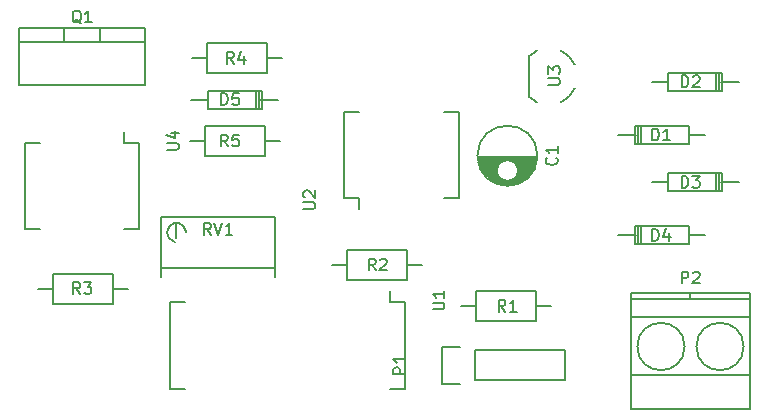
<source format=gbr>
G04 #@! TF.FileFunction,Legend,Top*
%FSLAX46Y46*%
G04 Gerber Fmt 4.6, Leading zero omitted, Abs format (unit mm)*
G04 Created by KiCad (PCBNEW 4.0.2-stable) date Sunday, 25 September 2016 16:48:15*
%MOMM*%
G01*
G04 APERTURE LIST*
%ADD10C,0.100000*%
%ADD11C,0.150000*%
G04 APERTURE END LIST*
D10*
D11*
X57499000Y-27825000D02*
X52501000Y-27825000D01*
X57491000Y-27965000D02*
X52509000Y-27965000D01*
X57475000Y-28105000D02*
X55095000Y-28105000D01*
X54905000Y-28105000D02*
X52525000Y-28105000D01*
X57451000Y-28245000D02*
X55490000Y-28245000D01*
X54510000Y-28245000D02*
X52549000Y-28245000D01*
X57418000Y-28385000D02*
X55657000Y-28385000D01*
X54343000Y-28385000D02*
X52582000Y-28385000D01*
X57377000Y-28525000D02*
X55764000Y-28525000D01*
X54236000Y-28525000D02*
X52623000Y-28525000D01*
X57327000Y-28665000D02*
X55835000Y-28665000D01*
X54165000Y-28665000D02*
X52673000Y-28665000D01*
X57266000Y-28805000D02*
X55879000Y-28805000D01*
X54121000Y-28805000D02*
X52734000Y-28805000D01*
X57196000Y-28945000D02*
X55898000Y-28945000D01*
X54102000Y-28945000D02*
X52804000Y-28945000D01*
X57114000Y-29085000D02*
X55896000Y-29085000D01*
X54104000Y-29085000D02*
X52886000Y-29085000D01*
X57019000Y-29225000D02*
X55871000Y-29225000D01*
X54129000Y-29225000D02*
X52981000Y-29225000D01*
X56908000Y-29365000D02*
X55823000Y-29365000D01*
X54177000Y-29365000D02*
X53092000Y-29365000D01*
X56780000Y-29505000D02*
X55745000Y-29505000D01*
X54255000Y-29505000D02*
X53220000Y-29505000D01*
X56631000Y-29645000D02*
X55628000Y-29645000D01*
X54372000Y-29645000D02*
X53369000Y-29645000D01*
X56452000Y-29785000D02*
X55440000Y-29785000D01*
X54560000Y-29785000D02*
X53548000Y-29785000D01*
X56233000Y-29925000D02*
X53767000Y-29925000D01*
X55944000Y-30065000D02*
X54056000Y-30065000D01*
X55472000Y-30205000D02*
X54528000Y-30205000D01*
X55900000Y-29000000D02*
G75*
G03X55900000Y-29000000I-900000J0D01*
G01*
X57537500Y-27750000D02*
G75*
G03X57537500Y-27750000I-2537500J0D01*
G01*
X70366520Y-25997460D02*
X71763520Y-25997460D01*
X65921520Y-25997460D02*
X64397520Y-25997460D01*
X66302520Y-25235460D02*
X66302520Y-26759460D01*
X66048520Y-25235460D02*
X66048520Y-26759460D01*
X65794520Y-25997460D02*
X65794520Y-26759460D01*
X65794520Y-26759460D02*
X70366520Y-26759460D01*
X70366520Y-26759460D02*
X70366520Y-25235460D01*
X70366520Y-25235460D02*
X65794520Y-25235460D01*
X65794520Y-25235460D02*
X65794520Y-25997460D01*
X68633480Y-21502540D02*
X67236480Y-21502540D01*
X73078480Y-21502540D02*
X74602480Y-21502540D01*
X72697480Y-22264540D02*
X72697480Y-20740540D01*
X72951480Y-22264540D02*
X72951480Y-20740540D01*
X73205480Y-21502540D02*
X73205480Y-20740540D01*
X73205480Y-20740540D02*
X68633480Y-20740540D01*
X68633480Y-20740540D02*
X68633480Y-22264540D01*
X68633480Y-22264540D02*
X73205480Y-22264540D01*
X73205480Y-22264540D02*
X73205480Y-21502540D01*
X68633480Y-30002540D02*
X67236480Y-30002540D01*
X73078480Y-30002540D02*
X74602480Y-30002540D01*
X72697480Y-30764540D02*
X72697480Y-29240540D01*
X72951480Y-30764540D02*
X72951480Y-29240540D01*
X73205480Y-30002540D02*
X73205480Y-29240540D01*
X73205480Y-29240540D02*
X68633480Y-29240540D01*
X68633480Y-29240540D02*
X68633480Y-30764540D01*
X68633480Y-30764540D02*
X73205480Y-30764540D01*
X73205480Y-30764540D02*
X73205480Y-30002540D01*
X70366520Y-34497460D02*
X71763520Y-34497460D01*
X65921520Y-34497460D02*
X64397520Y-34497460D01*
X66302520Y-33735460D02*
X66302520Y-35259460D01*
X66048520Y-33735460D02*
X66048520Y-35259460D01*
X65794520Y-34497460D02*
X65794520Y-35259460D01*
X65794520Y-35259460D02*
X70366520Y-35259460D01*
X70366520Y-35259460D02*
X70366520Y-33735460D01*
X70366520Y-33735460D02*
X65794520Y-33735460D01*
X65794520Y-33735460D02*
X65794520Y-34497460D01*
X29633480Y-23002540D02*
X28236480Y-23002540D01*
X34078480Y-23002540D02*
X35602480Y-23002540D01*
X33697480Y-23764540D02*
X33697480Y-22240540D01*
X33951480Y-23764540D02*
X33951480Y-22240540D01*
X34205480Y-23002540D02*
X34205480Y-22240540D01*
X34205480Y-22240540D02*
X29633480Y-22240540D01*
X29633480Y-22240540D02*
X29633480Y-23764540D01*
X29633480Y-23764540D02*
X34205480Y-23764540D01*
X34205480Y-23764540D02*
X34205480Y-23002540D01*
X57460000Y-41770000D02*
X52380000Y-41770000D01*
X52380000Y-41770000D02*
X52380000Y-39230000D01*
X52380000Y-39230000D02*
X57460000Y-39230000D01*
X57460000Y-39230000D02*
X57460000Y-41770000D01*
X57460000Y-40500000D02*
X58730000Y-40500000D01*
X52380000Y-40500000D02*
X51110000Y-40500000D01*
X46460000Y-38270000D02*
X41380000Y-38270000D01*
X41380000Y-38270000D02*
X41380000Y-35730000D01*
X41380000Y-35730000D02*
X46460000Y-35730000D01*
X46460000Y-35730000D02*
X46460000Y-38270000D01*
X46460000Y-37000000D02*
X47730000Y-37000000D01*
X41380000Y-37000000D02*
X40110000Y-37000000D01*
X16540000Y-37730000D02*
X21620000Y-37730000D01*
X21620000Y-37730000D02*
X21620000Y-40270000D01*
X21620000Y-40270000D02*
X16540000Y-40270000D01*
X16540000Y-40270000D02*
X16540000Y-37730000D01*
X16540000Y-39000000D02*
X15270000Y-39000000D01*
X21620000Y-39000000D02*
X22890000Y-39000000D01*
X29540000Y-18230000D02*
X34620000Y-18230000D01*
X34620000Y-18230000D02*
X34620000Y-20770000D01*
X34620000Y-20770000D02*
X29540000Y-20770000D01*
X29540000Y-20770000D02*
X29540000Y-18230000D01*
X29540000Y-19500000D02*
X28270000Y-19500000D01*
X34620000Y-19500000D02*
X35890000Y-19500000D01*
X34460000Y-27770000D02*
X29380000Y-27770000D01*
X29380000Y-27770000D02*
X29380000Y-25230000D01*
X29380000Y-25230000D02*
X34460000Y-25230000D01*
X34460000Y-25230000D02*
X34460000Y-27770000D01*
X34460000Y-26500000D02*
X35730000Y-26500000D01*
X29380000Y-26500000D02*
X28110000Y-26500000D01*
X26984000Y-33468000D02*
X26984000Y-34738000D01*
X27771400Y-34217300D02*
X27733300Y-33963300D01*
X27733300Y-33963300D02*
X27555500Y-33683900D01*
X27555500Y-33683900D02*
X27238000Y-33468000D01*
X27238000Y-33468000D02*
X26793500Y-33455300D01*
X26793500Y-33455300D02*
X26437900Y-33658500D01*
X26437900Y-33658500D02*
X26260100Y-33950600D01*
X26260100Y-33950600D02*
X26209300Y-34268100D01*
X26209300Y-34268100D02*
X26310900Y-34674500D01*
X26310900Y-34674500D02*
X26653800Y-34928500D01*
X26653800Y-34928500D02*
X26831600Y-35017400D01*
X35366000Y-37278000D02*
X25714000Y-37278000D01*
X25714000Y-34230000D02*
X25714000Y-32960000D01*
X25714000Y-32960000D02*
X35366000Y-32960000D01*
X35366000Y-32960000D02*
X35366000Y-38040000D01*
X25714000Y-38040000D02*
X25714000Y-35500000D01*
X25714000Y-35500000D02*
X25714000Y-34230000D01*
X46295000Y-40135000D02*
X45025000Y-40135000D01*
X46295000Y-47485000D02*
X45025000Y-47485000D01*
X26465000Y-47485000D02*
X27735000Y-47485000D01*
X26465000Y-40135000D02*
X27735000Y-40135000D01*
X46295000Y-40135000D02*
X46295000Y-47485000D01*
X26465000Y-40135000D02*
X26465000Y-47485000D01*
X45025000Y-40135000D02*
X45025000Y-39200000D01*
X41205000Y-31365000D02*
X42475000Y-31365000D01*
X41205000Y-24015000D02*
X42475000Y-24015000D01*
X50875000Y-24015000D02*
X49605000Y-24015000D01*
X50875000Y-31365000D02*
X49605000Y-31365000D01*
X41205000Y-31365000D02*
X41205000Y-24015000D01*
X50875000Y-31365000D02*
X50875000Y-24015000D01*
X42475000Y-31365000D02*
X42475000Y-32300000D01*
X23795000Y-26635000D02*
X22525000Y-26635000D01*
X23795000Y-33985000D02*
X22525000Y-33985000D01*
X14125000Y-33985000D02*
X15395000Y-33985000D01*
X14125000Y-26635000D02*
X15395000Y-26635000D01*
X23795000Y-26635000D02*
X23795000Y-33985000D01*
X14125000Y-26635000D02*
X14125000Y-33985000D01*
X22525000Y-26635000D02*
X22525000Y-25700000D01*
X52270000Y-46770000D02*
X59890000Y-46770000D01*
X52270000Y-44230000D02*
X59890000Y-44230000D01*
X49450000Y-43950000D02*
X51000000Y-43950000D01*
X59890000Y-46770000D02*
X59890000Y-44230000D01*
X52270000Y-44230000D02*
X52270000Y-46770000D01*
X51000000Y-47050000D02*
X49450000Y-47050000D01*
X49450000Y-47050000D02*
X49450000Y-43950000D01*
X17476000Y-16952000D02*
X17476000Y-18095000D01*
X20524000Y-16952000D02*
X20524000Y-18095000D01*
X24334000Y-18095000D02*
X24334000Y-21778000D01*
X24334000Y-21778000D02*
X13666000Y-21778000D01*
X13666000Y-21778000D02*
X13666000Y-18095000D01*
X24334000Y-16952000D02*
X24334000Y-18095000D01*
X24334000Y-18095000D02*
X13666000Y-18095000D01*
X13666000Y-18095000D02*
X13666000Y-16952000D01*
X19000000Y-16952000D02*
X13666000Y-16952000D01*
X19000000Y-16952000D02*
X24334000Y-16952000D01*
X60700000Y-20040000D02*
G75*
G03X59500000Y-18840000I-2200000J-1000000D01*
G01*
X60700000Y-22039999D02*
G75*
G02X59500000Y-23240000I-2200000J999999D01*
G01*
X57503010Y-18852305D02*
G75*
G03X56800000Y-19340000I996990J-2187695D01*
G01*
X57503010Y-23227695D02*
G75*
G02X56800000Y-22740000I996990J2187695D01*
G01*
X56800000Y-19340000D02*
X56800000Y-22740000D01*
X70500000Y-39900000D02*
X70500000Y-39400000D01*
X70000000Y-43900000D02*
G75*
G03X70000000Y-43900000I-2000000J0D01*
G01*
X75000000Y-43900000D02*
G75*
G03X75000000Y-43900000I-2000000J0D01*
G01*
X75500000Y-41400000D02*
X65500000Y-41400000D01*
X75500000Y-46300000D02*
X65500000Y-46300000D01*
X75500000Y-39900000D02*
X65500000Y-39900000D01*
X75500000Y-39400000D02*
X65500000Y-39400000D01*
X65500000Y-39400000D02*
X65500000Y-49200000D01*
X65500000Y-49200000D02*
X75500000Y-49200000D01*
X75500000Y-49200000D02*
X75500000Y-39400000D01*
X59157143Y-27916666D02*
X59204762Y-27964285D01*
X59252381Y-28107142D01*
X59252381Y-28202380D01*
X59204762Y-28345238D01*
X59109524Y-28440476D01*
X59014286Y-28488095D01*
X58823810Y-28535714D01*
X58680952Y-28535714D01*
X58490476Y-28488095D01*
X58395238Y-28440476D01*
X58300000Y-28345238D01*
X58252381Y-28202380D01*
X58252381Y-28107142D01*
X58300000Y-27964285D01*
X58347619Y-27916666D01*
X59252381Y-26964285D02*
X59252381Y-27535714D01*
X59252381Y-27250000D02*
X58252381Y-27250000D01*
X58395238Y-27345238D01*
X58490476Y-27440476D01*
X58538095Y-27535714D01*
X67261905Y-26452381D02*
X67261905Y-25452381D01*
X67500000Y-25452381D01*
X67642858Y-25500000D01*
X67738096Y-25595238D01*
X67785715Y-25690476D01*
X67833334Y-25880952D01*
X67833334Y-26023810D01*
X67785715Y-26214286D01*
X67738096Y-26309524D01*
X67642858Y-26404762D01*
X67500000Y-26452381D01*
X67261905Y-26452381D01*
X68785715Y-26452381D02*
X68214286Y-26452381D01*
X68500000Y-26452381D02*
X68500000Y-25452381D01*
X68404762Y-25595238D01*
X68309524Y-25690476D01*
X68214286Y-25738095D01*
X69761905Y-21952381D02*
X69761905Y-20952381D01*
X70000000Y-20952381D01*
X70142858Y-21000000D01*
X70238096Y-21095238D01*
X70285715Y-21190476D01*
X70333334Y-21380952D01*
X70333334Y-21523810D01*
X70285715Y-21714286D01*
X70238096Y-21809524D01*
X70142858Y-21904762D01*
X70000000Y-21952381D01*
X69761905Y-21952381D01*
X70714286Y-21047619D02*
X70761905Y-21000000D01*
X70857143Y-20952381D01*
X71095239Y-20952381D01*
X71190477Y-21000000D01*
X71238096Y-21047619D01*
X71285715Y-21142857D01*
X71285715Y-21238095D01*
X71238096Y-21380952D01*
X70666667Y-21952381D01*
X71285715Y-21952381D01*
X69761905Y-30452381D02*
X69761905Y-29452381D01*
X70000000Y-29452381D01*
X70142858Y-29500000D01*
X70238096Y-29595238D01*
X70285715Y-29690476D01*
X70333334Y-29880952D01*
X70333334Y-30023810D01*
X70285715Y-30214286D01*
X70238096Y-30309524D01*
X70142858Y-30404762D01*
X70000000Y-30452381D01*
X69761905Y-30452381D01*
X70666667Y-29452381D02*
X71285715Y-29452381D01*
X70952381Y-29833333D01*
X71095239Y-29833333D01*
X71190477Y-29880952D01*
X71238096Y-29928571D01*
X71285715Y-30023810D01*
X71285715Y-30261905D01*
X71238096Y-30357143D01*
X71190477Y-30404762D01*
X71095239Y-30452381D01*
X70809524Y-30452381D01*
X70714286Y-30404762D01*
X70666667Y-30357143D01*
X67261905Y-34952381D02*
X67261905Y-33952381D01*
X67500000Y-33952381D01*
X67642858Y-34000000D01*
X67738096Y-34095238D01*
X67785715Y-34190476D01*
X67833334Y-34380952D01*
X67833334Y-34523810D01*
X67785715Y-34714286D01*
X67738096Y-34809524D01*
X67642858Y-34904762D01*
X67500000Y-34952381D01*
X67261905Y-34952381D01*
X68690477Y-34285714D02*
X68690477Y-34952381D01*
X68452381Y-33904762D02*
X68214286Y-34619048D01*
X68833334Y-34619048D01*
X30761905Y-23452381D02*
X30761905Y-22452381D01*
X31000000Y-22452381D01*
X31142858Y-22500000D01*
X31238096Y-22595238D01*
X31285715Y-22690476D01*
X31333334Y-22880952D01*
X31333334Y-23023810D01*
X31285715Y-23214286D01*
X31238096Y-23309524D01*
X31142858Y-23404762D01*
X31000000Y-23452381D01*
X30761905Y-23452381D01*
X32238096Y-22452381D02*
X31761905Y-22452381D01*
X31714286Y-22928571D01*
X31761905Y-22880952D01*
X31857143Y-22833333D01*
X32095239Y-22833333D01*
X32190477Y-22880952D01*
X32238096Y-22928571D01*
X32285715Y-23023810D01*
X32285715Y-23261905D01*
X32238096Y-23357143D01*
X32190477Y-23404762D01*
X32095239Y-23452381D01*
X31857143Y-23452381D01*
X31761905Y-23404762D01*
X31714286Y-23357143D01*
X54833334Y-40952381D02*
X54500000Y-40476190D01*
X54261905Y-40952381D02*
X54261905Y-39952381D01*
X54642858Y-39952381D01*
X54738096Y-40000000D01*
X54785715Y-40047619D01*
X54833334Y-40142857D01*
X54833334Y-40285714D01*
X54785715Y-40380952D01*
X54738096Y-40428571D01*
X54642858Y-40476190D01*
X54261905Y-40476190D01*
X55785715Y-40952381D02*
X55214286Y-40952381D01*
X55500000Y-40952381D02*
X55500000Y-39952381D01*
X55404762Y-40095238D01*
X55309524Y-40190476D01*
X55214286Y-40238095D01*
X43833334Y-37452381D02*
X43500000Y-36976190D01*
X43261905Y-37452381D02*
X43261905Y-36452381D01*
X43642858Y-36452381D01*
X43738096Y-36500000D01*
X43785715Y-36547619D01*
X43833334Y-36642857D01*
X43833334Y-36785714D01*
X43785715Y-36880952D01*
X43738096Y-36928571D01*
X43642858Y-36976190D01*
X43261905Y-36976190D01*
X44214286Y-36547619D02*
X44261905Y-36500000D01*
X44357143Y-36452381D01*
X44595239Y-36452381D01*
X44690477Y-36500000D01*
X44738096Y-36547619D01*
X44785715Y-36642857D01*
X44785715Y-36738095D01*
X44738096Y-36880952D01*
X44166667Y-37452381D01*
X44785715Y-37452381D01*
X18833334Y-39452381D02*
X18500000Y-38976190D01*
X18261905Y-39452381D02*
X18261905Y-38452381D01*
X18642858Y-38452381D01*
X18738096Y-38500000D01*
X18785715Y-38547619D01*
X18833334Y-38642857D01*
X18833334Y-38785714D01*
X18785715Y-38880952D01*
X18738096Y-38928571D01*
X18642858Y-38976190D01*
X18261905Y-38976190D01*
X19166667Y-38452381D02*
X19785715Y-38452381D01*
X19452381Y-38833333D01*
X19595239Y-38833333D01*
X19690477Y-38880952D01*
X19738096Y-38928571D01*
X19785715Y-39023810D01*
X19785715Y-39261905D01*
X19738096Y-39357143D01*
X19690477Y-39404762D01*
X19595239Y-39452381D01*
X19309524Y-39452381D01*
X19214286Y-39404762D01*
X19166667Y-39357143D01*
X31833334Y-19952381D02*
X31500000Y-19476190D01*
X31261905Y-19952381D02*
X31261905Y-18952381D01*
X31642858Y-18952381D01*
X31738096Y-19000000D01*
X31785715Y-19047619D01*
X31833334Y-19142857D01*
X31833334Y-19285714D01*
X31785715Y-19380952D01*
X31738096Y-19428571D01*
X31642858Y-19476190D01*
X31261905Y-19476190D01*
X32690477Y-19285714D02*
X32690477Y-19952381D01*
X32452381Y-18904762D02*
X32214286Y-19619048D01*
X32833334Y-19619048D01*
X31333334Y-26952381D02*
X31000000Y-26476190D01*
X30761905Y-26952381D02*
X30761905Y-25952381D01*
X31142858Y-25952381D01*
X31238096Y-26000000D01*
X31285715Y-26047619D01*
X31333334Y-26142857D01*
X31333334Y-26285714D01*
X31285715Y-26380952D01*
X31238096Y-26428571D01*
X31142858Y-26476190D01*
X30761905Y-26476190D01*
X32238096Y-25952381D02*
X31761905Y-25952381D01*
X31714286Y-26428571D01*
X31761905Y-26380952D01*
X31857143Y-26333333D01*
X32095239Y-26333333D01*
X32190477Y-26380952D01*
X32238096Y-26428571D01*
X32285715Y-26523810D01*
X32285715Y-26761905D01*
X32238096Y-26857143D01*
X32190477Y-26904762D01*
X32095239Y-26952381D01*
X31857143Y-26952381D01*
X31761905Y-26904762D01*
X31714286Y-26857143D01*
X29904762Y-34452381D02*
X29571428Y-33976190D01*
X29333333Y-34452381D02*
X29333333Y-33452381D01*
X29714286Y-33452381D01*
X29809524Y-33500000D01*
X29857143Y-33547619D01*
X29904762Y-33642857D01*
X29904762Y-33785714D01*
X29857143Y-33880952D01*
X29809524Y-33928571D01*
X29714286Y-33976190D01*
X29333333Y-33976190D01*
X30190476Y-33452381D02*
X30523809Y-34452381D01*
X30857143Y-33452381D01*
X31714286Y-34452381D02*
X31142857Y-34452381D01*
X31428571Y-34452381D02*
X31428571Y-33452381D01*
X31333333Y-33595238D01*
X31238095Y-33690476D01*
X31142857Y-33738095D01*
X48672381Y-40761905D02*
X49481905Y-40761905D01*
X49577143Y-40714286D01*
X49624762Y-40666667D01*
X49672381Y-40571429D01*
X49672381Y-40380952D01*
X49624762Y-40285714D01*
X49577143Y-40238095D01*
X49481905Y-40190476D01*
X48672381Y-40190476D01*
X49672381Y-39190476D02*
X49672381Y-39761905D01*
X49672381Y-39476191D02*
X48672381Y-39476191D01*
X48815238Y-39571429D01*
X48910476Y-39666667D01*
X48958095Y-39761905D01*
X37732381Y-32261905D02*
X38541905Y-32261905D01*
X38637143Y-32214286D01*
X38684762Y-32166667D01*
X38732381Y-32071429D01*
X38732381Y-31880952D01*
X38684762Y-31785714D01*
X38637143Y-31738095D01*
X38541905Y-31690476D01*
X37732381Y-31690476D01*
X37827619Y-31261905D02*
X37780000Y-31214286D01*
X37732381Y-31119048D01*
X37732381Y-30880952D01*
X37780000Y-30785714D01*
X37827619Y-30738095D01*
X37922857Y-30690476D01*
X38018095Y-30690476D01*
X38160952Y-30738095D01*
X38732381Y-31309524D01*
X38732381Y-30690476D01*
X26172381Y-27261905D02*
X26981905Y-27261905D01*
X27077143Y-27214286D01*
X27124762Y-27166667D01*
X27172381Y-27071429D01*
X27172381Y-26880952D01*
X27124762Y-26785714D01*
X27077143Y-26738095D01*
X26981905Y-26690476D01*
X26172381Y-26690476D01*
X26505714Y-25785714D02*
X27172381Y-25785714D01*
X26124762Y-26023810D02*
X26839048Y-26261905D01*
X26839048Y-25642857D01*
X46352381Y-46238095D02*
X45352381Y-46238095D01*
X45352381Y-45857142D01*
X45400000Y-45761904D01*
X45447619Y-45714285D01*
X45542857Y-45666666D01*
X45685714Y-45666666D01*
X45780952Y-45714285D01*
X45828571Y-45761904D01*
X45876190Y-45857142D01*
X45876190Y-46238095D01*
X46352381Y-44714285D02*
X46352381Y-45285714D01*
X46352381Y-45000000D02*
X45352381Y-45000000D01*
X45495238Y-45095238D01*
X45590476Y-45190476D01*
X45638095Y-45285714D01*
X18904762Y-16547619D02*
X18809524Y-16500000D01*
X18714286Y-16404762D01*
X18571429Y-16261905D01*
X18476190Y-16214286D01*
X18380952Y-16214286D01*
X18428571Y-16452381D02*
X18333333Y-16404762D01*
X18238095Y-16309524D01*
X18190476Y-16119048D01*
X18190476Y-15785714D01*
X18238095Y-15595238D01*
X18333333Y-15500000D01*
X18428571Y-15452381D01*
X18619048Y-15452381D01*
X18714286Y-15500000D01*
X18809524Y-15595238D01*
X18857143Y-15785714D01*
X18857143Y-16119048D01*
X18809524Y-16309524D01*
X18714286Y-16404762D01*
X18619048Y-16452381D01*
X18428571Y-16452381D01*
X19809524Y-16452381D02*
X19238095Y-16452381D01*
X19523809Y-16452381D02*
X19523809Y-15452381D01*
X19428571Y-15595238D01*
X19333333Y-15690476D01*
X19238095Y-15738095D01*
X58452381Y-21761905D02*
X59261905Y-21761905D01*
X59357143Y-21714286D01*
X59404762Y-21666667D01*
X59452381Y-21571429D01*
X59452381Y-21380952D01*
X59404762Y-21285714D01*
X59357143Y-21238095D01*
X59261905Y-21190476D01*
X58452381Y-21190476D01*
X58452381Y-20809524D02*
X58452381Y-20190476D01*
X58833333Y-20523810D01*
X58833333Y-20380952D01*
X58880952Y-20285714D01*
X58928571Y-20238095D01*
X59023810Y-20190476D01*
X59261905Y-20190476D01*
X59357143Y-20238095D01*
X59404762Y-20285714D01*
X59452381Y-20380952D01*
X59452381Y-20666667D01*
X59404762Y-20761905D01*
X59357143Y-20809524D01*
X69761905Y-38552381D02*
X69761905Y-37552381D01*
X70142858Y-37552381D01*
X70238096Y-37600000D01*
X70285715Y-37647619D01*
X70333334Y-37742857D01*
X70333334Y-37885714D01*
X70285715Y-37980952D01*
X70238096Y-38028571D01*
X70142858Y-38076190D01*
X69761905Y-38076190D01*
X70714286Y-37647619D02*
X70761905Y-37600000D01*
X70857143Y-37552381D01*
X71095239Y-37552381D01*
X71190477Y-37600000D01*
X71238096Y-37647619D01*
X71285715Y-37742857D01*
X71285715Y-37838095D01*
X71238096Y-37980952D01*
X70666667Y-38552381D01*
X71285715Y-38552381D01*
M02*

</source>
